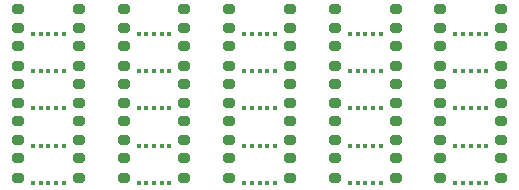
<source format=gbr>
%TF.GenerationSoftware,KiCad,Pcbnew,(6.0.7)*%
%TF.CreationDate,2023-04-05T23:06:48+08:00*%
%TF.ProjectId,MicroUSB2TypeC,4d696372-6f55-4534-9232-54797065432e,rev?*%
%TF.SameCoordinates,Original*%
%TF.FileFunction,Paste,Bot*%
%TF.FilePolarity,Positive*%
%FSLAX46Y46*%
G04 Gerber Fmt 4.6, Leading zero omitted, Abs format (unit mm)*
G04 Created by KiCad (PCBNEW (6.0.7)) date 2023-04-05 23:06:48*
%MOMM*%
%LPD*%
G01*
G04 APERTURE LIST*
G04 Aperture macros list*
%AMRoundRect*
0 Rectangle with rounded corners*
0 $1 Rounding radius*
0 $2 $3 $4 $5 $6 $7 $8 $9 X,Y pos of 4 corners*
0 Add a 4 corners polygon primitive as box body*
4,1,4,$2,$3,$4,$5,$6,$7,$8,$9,$2,$3,0*
0 Add four circle primitives for the rounded corners*
1,1,$1+$1,$2,$3*
1,1,$1+$1,$4,$5*
1,1,$1+$1,$6,$7*
1,1,$1+$1,$8,$9*
0 Add four rect primitives between the rounded corners*
20,1,$1+$1,$2,$3,$4,$5,0*
20,1,$1+$1,$4,$5,$6,$7,0*
20,1,$1+$1,$6,$7,$8,$9,0*
20,1,$1+$1,$8,$9,$2,$3,0*%
G04 Aperture macros list end*
%ADD10RoundRect,0.200000X0.275000X-0.200000X0.275000X0.200000X-0.275000X0.200000X-0.275000X-0.200000X0*%
%ADD11R,0.400000X0.400000*%
G04 APERTURE END LIST*
D10*
%TO.C,R2*%
X186410000Y-94565000D03*
X186410000Y-92915000D03*
%TD*%
%TO.C,R1*%
X181260000Y-94565000D03*
X181260000Y-92915000D03*
%TD*%
D11*
%TO.C,J2*%
X182542000Y-95020000D03*
X183192000Y-95020000D03*
X183842000Y-95020000D03*
X184492000Y-95020000D03*
X185142000Y-95020000D03*
%TD*%
D10*
%TO.C,R2*%
X177470000Y-94565000D03*
X177470000Y-92915000D03*
%TD*%
%TO.C,R1*%
X172320000Y-94565000D03*
X172320000Y-92915000D03*
%TD*%
D11*
%TO.C,J2*%
X173602000Y-95020000D03*
X174252000Y-95020000D03*
X174902000Y-95020000D03*
X175552000Y-95020000D03*
X176202000Y-95020000D03*
%TD*%
D10*
%TO.C,R2*%
X168530000Y-94565000D03*
X168530000Y-92915000D03*
%TD*%
D11*
%TO.C,J2*%
X164662000Y-95020000D03*
X165312000Y-95020000D03*
X165962000Y-95020000D03*
X166612000Y-95020000D03*
X167262000Y-95020000D03*
%TD*%
D10*
%TO.C,R1*%
X163380000Y-94565000D03*
X163380000Y-92915000D03*
%TD*%
%TO.C,R2*%
X159590000Y-94565000D03*
X159590000Y-92915000D03*
%TD*%
%TO.C,R1*%
X154440000Y-94565000D03*
X154440000Y-92915000D03*
%TD*%
D11*
%TO.C,J2*%
X155722000Y-95020000D03*
X156372000Y-95020000D03*
X157022000Y-95020000D03*
X157672000Y-95020000D03*
X158322000Y-95020000D03*
%TD*%
D10*
%TO.C,R1*%
X145500000Y-94565000D03*
X145500000Y-92915000D03*
%TD*%
D11*
%TO.C,J2*%
X146782000Y-95020000D03*
X147432000Y-95020000D03*
X148082000Y-95020000D03*
X148732000Y-95020000D03*
X149382000Y-95020000D03*
%TD*%
D10*
%TO.C,R2*%
X150650000Y-94565000D03*
X150650000Y-92915000D03*
%TD*%
%TO.C,R2*%
X186410000Y-91405000D03*
X186410000Y-89755000D03*
%TD*%
%TO.C,R1*%
X181260000Y-91405000D03*
X181260000Y-89755000D03*
%TD*%
D11*
%TO.C,J2*%
X182542000Y-91860000D03*
X183192000Y-91860000D03*
X183842000Y-91860000D03*
X184492000Y-91860000D03*
X185142000Y-91860000D03*
%TD*%
D10*
%TO.C,R2*%
X177470000Y-91405000D03*
X177470000Y-89755000D03*
%TD*%
%TO.C,R1*%
X172320000Y-91405000D03*
X172320000Y-89755000D03*
%TD*%
D11*
%TO.C,J2*%
X173602000Y-91860000D03*
X174252000Y-91860000D03*
X174902000Y-91860000D03*
X175552000Y-91860000D03*
X176202000Y-91860000D03*
%TD*%
D10*
%TO.C,R2*%
X168530000Y-91405000D03*
X168530000Y-89755000D03*
%TD*%
%TO.C,R1*%
X163380000Y-91405000D03*
X163380000Y-89755000D03*
%TD*%
D11*
%TO.C,J2*%
X164662000Y-91860000D03*
X165312000Y-91860000D03*
X165962000Y-91860000D03*
X166612000Y-91860000D03*
X167262000Y-91860000D03*
%TD*%
D10*
%TO.C,R2*%
X159590000Y-91405000D03*
X159590000Y-89755000D03*
%TD*%
%TO.C,R1*%
X154440000Y-91405000D03*
X154440000Y-89755000D03*
%TD*%
D11*
%TO.C,J2*%
X155722000Y-91860000D03*
X156372000Y-91860000D03*
X157022000Y-91860000D03*
X157672000Y-91860000D03*
X158322000Y-91860000D03*
%TD*%
D10*
%TO.C,R2*%
X150650000Y-91405000D03*
X150650000Y-89755000D03*
%TD*%
%TO.C,R1*%
X145500000Y-91405000D03*
X145500000Y-89755000D03*
%TD*%
D11*
%TO.C,J2*%
X146782000Y-91860000D03*
X147432000Y-91860000D03*
X148082000Y-91860000D03*
X148732000Y-91860000D03*
X149382000Y-91860000D03*
%TD*%
D10*
%TO.C,R2*%
X186410000Y-88245000D03*
X186410000Y-86595000D03*
%TD*%
%TO.C,R1*%
X181260000Y-88245000D03*
X181260000Y-86595000D03*
%TD*%
D11*
%TO.C,J2*%
X182542000Y-88700000D03*
X183192000Y-88700000D03*
X183842000Y-88700000D03*
X184492000Y-88700000D03*
X185142000Y-88700000D03*
%TD*%
D10*
%TO.C,R2*%
X177470000Y-88245000D03*
X177470000Y-86595000D03*
%TD*%
%TO.C,R1*%
X172320000Y-88245000D03*
X172320000Y-86595000D03*
%TD*%
D11*
%TO.C,J2*%
X173602000Y-88700000D03*
X174252000Y-88700000D03*
X174902000Y-88700000D03*
X175552000Y-88700000D03*
X176202000Y-88700000D03*
%TD*%
D10*
%TO.C,R2*%
X168530000Y-88245000D03*
X168530000Y-86595000D03*
%TD*%
%TO.C,R1*%
X163380000Y-88245000D03*
X163380000Y-86595000D03*
%TD*%
D11*
%TO.C,J2*%
X164662000Y-88700000D03*
X165312000Y-88700000D03*
X165962000Y-88700000D03*
X166612000Y-88700000D03*
X167262000Y-88700000D03*
%TD*%
D10*
%TO.C,R2*%
X159590000Y-88245000D03*
X159590000Y-86595000D03*
%TD*%
%TO.C,R1*%
X154440000Y-88245000D03*
X154440000Y-86595000D03*
%TD*%
D11*
%TO.C,J2*%
X155722000Y-88700000D03*
X156372000Y-88700000D03*
X157022000Y-88700000D03*
X157672000Y-88700000D03*
X158322000Y-88700000D03*
%TD*%
D10*
%TO.C,R2*%
X150650000Y-88245000D03*
X150650000Y-86595000D03*
%TD*%
%TO.C,R1*%
X145500000Y-88245000D03*
X145500000Y-86595000D03*
%TD*%
D11*
%TO.C,J2*%
X146782000Y-88700000D03*
X147432000Y-88700000D03*
X148082000Y-88700000D03*
X148732000Y-88700000D03*
X149382000Y-88700000D03*
%TD*%
D10*
%TO.C,R2*%
X186410000Y-85085000D03*
X186410000Y-83435000D03*
%TD*%
%TO.C,R1*%
X181260000Y-85085000D03*
X181260000Y-83435000D03*
%TD*%
D11*
%TO.C,J2*%
X182542000Y-85540000D03*
X183192000Y-85540000D03*
X183842000Y-85540000D03*
X184492000Y-85540000D03*
X185142000Y-85540000D03*
%TD*%
D10*
%TO.C,R2*%
X177470000Y-85085000D03*
X177470000Y-83435000D03*
%TD*%
%TO.C,R1*%
X172320000Y-85085000D03*
X172320000Y-83435000D03*
%TD*%
D11*
%TO.C,J2*%
X173602000Y-85540000D03*
X174252000Y-85540000D03*
X174902000Y-85540000D03*
X175552000Y-85540000D03*
X176202000Y-85540000D03*
%TD*%
D10*
%TO.C,R2*%
X168530000Y-85085000D03*
X168530000Y-83435000D03*
%TD*%
%TO.C,R1*%
X163380000Y-85085000D03*
X163380000Y-83435000D03*
%TD*%
D11*
%TO.C,J2*%
X164662000Y-85540000D03*
X165312000Y-85540000D03*
X165962000Y-85540000D03*
X166612000Y-85540000D03*
X167262000Y-85540000D03*
%TD*%
D10*
%TO.C,R2*%
X159590000Y-85085000D03*
X159590000Y-83435000D03*
%TD*%
%TO.C,R1*%
X154440000Y-85085000D03*
X154440000Y-83435000D03*
%TD*%
D11*
%TO.C,J2*%
X155722000Y-85540000D03*
X156372000Y-85540000D03*
X157022000Y-85540000D03*
X157672000Y-85540000D03*
X158322000Y-85540000D03*
%TD*%
D10*
%TO.C,R2*%
X150650000Y-85085000D03*
X150650000Y-83435000D03*
%TD*%
%TO.C,R1*%
X145500000Y-85085000D03*
X145500000Y-83435000D03*
%TD*%
D11*
%TO.C,J2*%
X146782000Y-85540000D03*
X147432000Y-85540000D03*
X148082000Y-85540000D03*
X148732000Y-85540000D03*
X149382000Y-85540000D03*
%TD*%
D10*
%TO.C,R2*%
X186410000Y-81925000D03*
X186410000Y-80275000D03*
%TD*%
%TO.C,R1*%
X181260000Y-81925000D03*
X181260000Y-80275000D03*
%TD*%
D11*
%TO.C,J2*%
X182542000Y-82380000D03*
X183192000Y-82380000D03*
X183842000Y-82380000D03*
X184492000Y-82380000D03*
X185142000Y-82380000D03*
%TD*%
D10*
%TO.C,R2*%
X177470000Y-81925000D03*
X177470000Y-80275000D03*
%TD*%
%TO.C,R1*%
X172320000Y-81925000D03*
X172320000Y-80275000D03*
%TD*%
D11*
%TO.C,J2*%
X173602000Y-82380000D03*
X174252000Y-82380000D03*
X174902000Y-82380000D03*
X175552000Y-82380000D03*
X176202000Y-82380000D03*
%TD*%
D10*
%TO.C,R2*%
X168530000Y-81925000D03*
X168530000Y-80275000D03*
%TD*%
%TO.C,R1*%
X163380000Y-81925000D03*
X163380000Y-80275000D03*
%TD*%
D11*
%TO.C,J2*%
X164662000Y-82380000D03*
X165312000Y-82380000D03*
X165962000Y-82380000D03*
X166612000Y-82380000D03*
X167262000Y-82380000D03*
%TD*%
D10*
%TO.C,R2*%
X159590000Y-81925000D03*
X159590000Y-80275000D03*
%TD*%
%TO.C,R1*%
X154440000Y-81925000D03*
X154440000Y-80275000D03*
%TD*%
D11*
%TO.C,J2*%
X155722000Y-82380000D03*
X156372000Y-82380000D03*
X157022000Y-82380000D03*
X157672000Y-82380000D03*
X158322000Y-82380000D03*
%TD*%
%TO.C,J2*%
X146782000Y-82380000D03*
X147432000Y-82380000D03*
X148082000Y-82380000D03*
X148732000Y-82380000D03*
X149382000Y-82380000D03*
%TD*%
D10*
%TO.C,R1*%
X145500000Y-81925000D03*
X145500000Y-80275000D03*
%TD*%
%TO.C,R2*%
X150650000Y-81925000D03*
X150650000Y-80275000D03*
%TD*%
M02*

</source>
